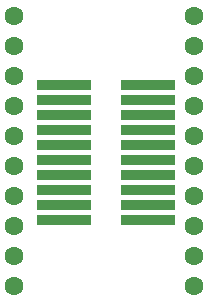
<source format=gts>
G75*
G70*
%OFA0B0*%
%FSLAX24Y24*%
%IPPOS*%
%LPD*%
%AMOC8*
5,1,8,0,0,1.08239X$1,22.5*
%
%ADD10R,0.1830X0.0330*%
%ADD11C,0.0630*%
D10*
X006911Y009158D03*
X006911Y008658D03*
X006911Y008158D03*
X006911Y007658D03*
X006911Y007158D03*
X006911Y006658D03*
X006911Y006158D03*
X006911Y005658D03*
X006911Y005158D03*
X006911Y004658D03*
X004111Y004658D03*
X004111Y005158D03*
X004111Y005658D03*
X004111Y006158D03*
X004111Y006658D03*
X004111Y007158D03*
X004111Y007658D03*
X004111Y008158D03*
X004111Y008658D03*
X004111Y009158D03*
D11*
X002461Y002458D03*
X002461Y003458D03*
X002461Y004458D03*
X002461Y005458D03*
X002461Y006458D03*
X002461Y007458D03*
X002461Y008458D03*
X002461Y009458D03*
X002461Y010458D03*
X002461Y011458D03*
X008461Y011458D03*
X008461Y010458D03*
X008461Y009458D03*
X008461Y008458D03*
X008461Y007458D03*
X008461Y006458D03*
X008461Y005458D03*
X008461Y004458D03*
X008461Y003458D03*
X008461Y002458D03*
M02*

</source>
